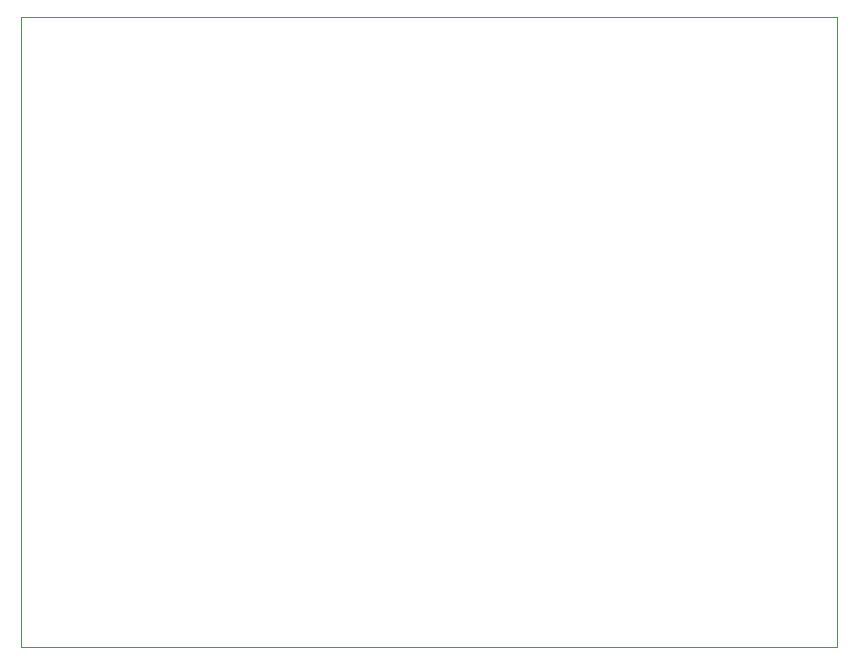
<source format=gbr>
G04 #@! TF.GenerationSoftware,KiCad,Pcbnew,5.1.4-5.1.4*
G04 #@! TF.CreationDate,2019-11-06T19:06:23+01:00*
G04 #@! TF.ProjectId,satscanner,73617473-6361-46e6-9e65-722e6b696361,rev?*
G04 #@! TF.SameCoordinates,Original*
G04 #@! TF.FileFunction,Profile,NP*
%FSLAX46Y46*%
G04 Gerber Fmt 4.6, Leading zero omitted, Abs format (unit mm)*
G04 Created by KiCad (PCBNEW 5.1.4-5.1.4) date 2019-11-06 19:06:23*
%MOMM*%
%LPD*%
G04 APERTURE LIST*
%ADD10C,0.100000*%
G04 APERTURE END LIST*
D10*
X114808000Y-126746000D02*
X168910000Y-126746000D01*
X167386000Y-73406000D02*
X114808000Y-73406000D01*
X114808000Y-126746000D02*
X114808000Y-73406000D01*
X183896000Y-73406000D02*
X167386000Y-73406000D01*
X183896000Y-126746000D02*
X183896000Y-73406000D01*
X168910000Y-126746000D02*
X183896000Y-126746000D01*
M02*

</source>
